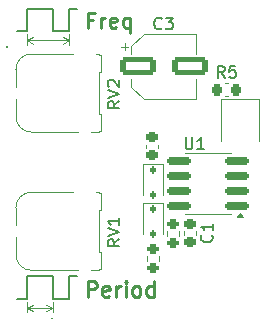
<source format=gto>
G04 #@! TF.GenerationSoftware,KiCad,Pcbnew,8.0.1*
G04 #@! TF.CreationDate,2024-07-10T15:35:48+08:00*
G04 #@! TF.ProjectId,555Sandbox,35353553-616e-4646-926f-782e6b696361,1.0.0*
G04 #@! TF.SameCoordinates,Original*
G04 #@! TF.FileFunction,Legend,Top*
G04 #@! TF.FilePolarity,Positive*
%FSLAX46Y46*%
G04 Gerber Fmt 4.6, Leading zero omitted, Abs format (unit mm)*
G04 Created by KiCad (PCBNEW 8.0.1) date 2024-07-10 15:35:48*
%MOMM*%
%LPD*%
G01*
G04 APERTURE LIST*
G04 Aperture macros list*
%AMRoundRect*
0 Rectangle with rounded corners*
0 $1 Rounding radius*
0 $2 $3 $4 $5 $6 $7 $8 $9 X,Y pos of 4 corners*
0 Add a 4 corners polygon primitive as box body*
4,1,4,$2,$3,$4,$5,$6,$7,$8,$9,$2,$3,0*
0 Add four circle primitives for the rounded corners*
1,1,$1+$1,$2,$3*
1,1,$1+$1,$4,$5*
1,1,$1+$1,$6,$7*
1,1,$1+$1,$8,$9*
0 Add four rect primitives between the rounded corners*
20,1,$1+$1,$2,$3,$4,$5,0*
20,1,$1+$1,$4,$5,$6,$7,0*
20,1,$1+$1,$6,$7,$8,$9,0*
20,1,$1+$1,$8,$9,$2,$3,0*%
G04 Aperture macros list end*
%ADD10C,0.200000*%
%ADD11C,0.260000*%
%ADD12C,0.003175*%
%ADD13C,0.100000*%
%ADD14C,0.006350*%
%ADD15C,0.150000*%
%ADD16C,0.120000*%
%ADD17RoundRect,0.150000X0.825000X0.150000X-0.825000X0.150000X-0.825000X-0.150000X0.825000X-0.150000X0*%
%ADD18R,2.200000X2.200000*%
%ADD19R,2.200000X1.250000*%
%ADD20RoundRect,0.250000X-1.250000X-0.550000X1.250000X-0.550000X1.250000X0.550000X-1.250000X0.550000X0*%
%ADD21RoundRect,0.200000X-0.275000X0.200000X-0.275000X-0.200000X0.275000X-0.200000X0.275000X0.200000X0*%
%ADD22RoundRect,0.225000X0.225000X0.250000X-0.225000X0.250000X-0.225000X-0.250000X0.225000X-0.250000X0*%
%ADD23RoundRect,0.200000X0.275000X-0.200000X0.275000X0.200000X-0.275000X0.200000X-0.275000X-0.200000X0*%
%ADD24RoundRect,0.225000X0.250000X-0.225000X0.250000X0.225000X-0.250000X0.225000X-0.250000X-0.225000X0*%
%ADD25RoundRect,0.225000X-0.250000X0.225000X-0.250000X-0.225000X0.250000X-0.225000X0.250000X0.225000X0*%
%ADD26RoundRect,0.112500X-0.112500X0.187500X-0.112500X-0.187500X0.112500X-0.187500X0.112500X0.187500X0*%
%ADD27R,1.560000X1.560000*%
%ADD28C,1.560000*%
%ADD29C,5.000000*%
%ADD30C,3.000000*%
G04 APERTURE END LIST*
D10*
X75650000Y-70650000D02*
X76450000Y-70650000D01*
X76450000Y-91400000D02*
X78650000Y-91400000D01*
X78650000Y-68750000D02*
X78650000Y-70650000D01*
X76450000Y-93300000D02*
X76450000Y-91400000D01*
X78650000Y-91400000D02*
X78650000Y-93300000D01*
X78650000Y-93300000D02*
X80050000Y-93300000D01*
X80050000Y-68750000D02*
X80750000Y-68750000D01*
X76450000Y-68750000D02*
X78650000Y-68750000D01*
X78650000Y-70650000D02*
X80050000Y-70650000D01*
X80050000Y-70650000D02*
X80050000Y-68750000D01*
X80050000Y-93300000D02*
X80050000Y-91400000D01*
X80050000Y-91400000D02*
X80750000Y-91400000D01*
X76450000Y-70650000D02*
X76450000Y-68750000D01*
X75650000Y-93300000D02*
X76450000Y-93300000D01*
D11*
X82063909Y-69706932D02*
X81630575Y-69706932D01*
X81630575Y-70387884D02*
X81630575Y-69087884D01*
X81630575Y-69087884D02*
X82249623Y-69087884D01*
X82744861Y-70387884D02*
X82744861Y-69521218D01*
X82744861Y-69768837D02*
X82806766Y-69645027D01*
X82806766Y-69645027D02*
X82868671Y-69583122D01*
X82868671Y-69583122D02*
X82992480Y-69521218D01*
X82992480Y-69521218D02*
X83116290Y-69521218D01*
X84044861Y-70325980D02*
X83921052Y-70387884D01*
X83921052Y-70387884D02*
X83673433Y-70387884D01*
X83673433Y-70387884D02*
X83549623Y-70325980D01*
X83549623Y-70325980D02*
X83487719Y-70202170D01*
X83487719Y-70202170D02*
X83487719Y-69706932D01*
X83487719Y-69706932D02*
X83549623Y-69583122D01*
X83549623Y-69583122D02*
X83673433Y-69521218D01*
X83673433Y-69521218D02*
X83921052Y-69521218D01*
X83921052Y-69521218D02*
X84044861Y-69583122D01*
X84044861Y-69583122D02*
X84106766Y-69706932D01*
X84106766Y-69706932D02*
X84106766Y-69830741D01*
X84106766Y-69830741D02*
X83487719Y-69954551D01*
X85221052Y-69521218D02*
X85221052Y-70821218D01*
X85221052Y-70325980D02*
X85097243Y-70387884D01*
X85097243Y-70387884D02*
X84849624Y-70387884D01*
X84849624Y-70387884D02*
X84725814Y-70325980D01*
X84725814Y-70325980D02*
X84663909Y-70264075D01*
X84663909Y-70264075D02*
X84602005Y-70140265D01*
X84602005Y-70140265D02*
X84602005Y-69768837D01*
X84602005Y-69768837D02*
X84663909Y-69645027D01*
X84663909Y-69645027D02*
X84725814Y-69583122D01*
X84725814Y-69583122D02*
X84849624Y-69521218D01*
X84849624Y-69521218D02*
X85097243Y-69521218D01*
X85097243Y-69521218D02*
X85221052Y-69583122D01*
X81630575Y-93127384D02*
X81630575Y-91827384D01*
X81630575Y-91827384D02*
X82125813Y-91827384D01*
X82125813Y-91827384D02*
X82249623Y-91889289D01*
X82249623Y-91889289D02*
X82311528Y-91951194D01*
X82311528Y-91951194D02*
X82373432Y-92075003D01*
X82373432Y-92075003D02*
X82373432Y-92260718D01*
X82373432Y-92260718D02*
X82311528Y-92384527D01*
X82311528Y-92384527D02*
X82249623Y-92446432D01*
X82249623Y-92446432D02*
X82125813Y-92508337D01*
X82125813Y-92508337D02*
X81630575Y-92508337D01*
X83425813Y-93065480D02*
X83302004Y-93127384D01*
X83302004Y-93127384D02*
X83054385Y-93127384D01*
X83054385Y-93127384D02*
X82930575Y-93065480D01*
X82930575Y-93065480D02*
X82868671Y-92941670D01*
X82868671Y-92941670D02*
X82868671Y-92446432D01*
X82868671Y-92446432D02*
X82930575Y-92322622D01*
X82930575Y-92322622D02*
X83054385Y-92260718D01*
X83054385Y-92260718D02*
X83302004Y-92260718D01*
X83302004Y-92260718D02*
X83425813Y-92322622D01*
X83425813Y-92322622D02*
X83487718Y-92446432D01*
X83487718Y-92446432D02*
X83487718Y-92570241D01*
X83487718Y-92570241D02*
X82868671Y-92694051D01*
X84044861Y-93127384D02*
X84044861Y-92260718D01*
X84044861Y-92508337D02*
X84106766Y-92384527D01*
X84106766Y-92384527D02*
X84168671Y-92322622D01*
X84168671Y-92322622D02*
X84292480Y-92260718D01*
X84292480Y-92260718D02*
X84416290Y-92260718D01*
X84849623Y-93127384D02*
X84849623Y-92260718D01*
X84849623Y-91827384D02*
X84787719Y-91889289D01*
X84787719Y-91889289D02*
X84849623Y-91951194D01*
X84849623Y-91951194D02*
X84911528Y-91889289D01*
X84911528Y-91889289D02*
X84849623Y-91827384D01*
X84849623Y-91827384D02*
X84849623Y-91951194D01*
X85654386Y-93127384D02*
X85530576Y-93065480D01*
X85530576Y-93065480D02*
X85468671Y-93003575D01*
X85468671Y-93003575D02*
X85406767Y-92879765D01*
X85406767Y-92879765D02*
X85406767Y-92508337D01*
X85406767Y-92508337D02*
X85468671Y-92384527D01*
X85468671Y-92384527D02*
X85530576Y-92322622D01*
X85530576Y-92322622D02*
X85654386Y-92260718D01*
X85654386Y-92260718D02*
X85840100Y-92260718D01*
X85840100Y-92260718D02*
X85963909Y-92322622D01*
X85963909Y-92322622D02*
X86025814Y-92384527D01*
X86025814Y-92384527D02*
X86087719Y-92508337D01*
X86087719Y-92508337D02*
X86087719Y-92879765D01*
X86087719Y-92879765D02*
X86025814Y-93003575D01*
X86025814Y-93003575D02*
X85963909Y-93065480D01*
X85963909Y-93065480D02*
X85840100Y-93127384D01*
X85840100Y-93127384D02*
X85654386Y-93127384D01*
X87202004Y-93127384D02*
X87202004Y-91827384D01*
X87202004Y-93065480D02*
X87078195Y-93127384D01*
X87078195Y-93127384D02*
X86830576Y-93127384D01*
X86830576Y-93127384D02*
X86706766Y-93065480D01*
X86706766Y-93065480D02*
X86644861Y-93003575D01*
X86644861Y-93003575D02*
X86582957Y-92879765D01*
X86582957Y-92879765D02*
X86582957Y-92508337D01*
X86582957Y-92508337D02*
X86644861Y-92384527D01*
X86644861Y-92384527D02*
X86706766Y-92322622D01*
X86706766Y-92322622D02*
X86830576Y-92260718D01*
X86830576Y-92260718D02*
X87078195Y-92260718D01*
X87078195Y-92260718D02*
X87202004Y-92322622D01*
D12*
X74731856Y-71961584D02*
X74731856Y-71944651D01*
X74731856Y-71947070D02*
X74733066Y-71945860D01*
X74733066Y-71945860D02*
X74735485Y-71944651D01*
X74735485Y-71944651D02*
X74739113Y-71944651D01*
X74739113Y-71944651D02*
X74741532Y-71945860D01*
X74741532Y-71945860D02*
X74742742Y-71948279D01*
X74742742Y-71948279D02*
X74742742Y-71961584D01*
X74742742Y-71948279D02*
X74743951Y-71945860D01*
X74743951Y-71945860D02*
X74746370Y-71944651D01*
X74746370Y-71944651D02*
X74749999Y-71944651D01*
X74749999Y-71944651D02*
X74752418Y-71945860D01*
X74752418Y-71945860D02*
X74753628Y-71948279D01*
X74753628Y-71948279D02*
X74753628Y-71961584D01*
X74765723Y-71961584D02*
X74765723Y-71944651D01*
X74765723Y-71947070D02*
X74766933Y-71945860D01*
X74766933Y-71945860D02*
X74769352Y-71944651D01*
X74769352Y-71944651D02*
X74772980Y-71944651D01*
X74772980Y-71944651D02*
X74775399Y-71945860D01*
X74775399Y-71945860D02*
X74776609Y-71948279D01*
X74776609Y-71948279D02*
X74776609Y-71961584D01*
X74776609Y-71948279D02*
X74777818Y-71945860D01*
X74777818Y-71945860D02*
X74780237Y-71944651D01*
X74780237Y-71944651D02*
X74783866Y-71944651D01*
X74783866Y-71944651D02*
X74786285Y-71945860D01*
X74786285Y-71945860D02*
X74787495Y-71948279D01*
X74787495Y-71948279D02*
X74787495Y-71961584D01*
D13*
X76450000Y-70900000D02*
X76450000Y-71800000D01*
X80050000Y-70900000D02*
X80050000Y-71800000D01*
X76450000Y-71450000D02*
X80050000Y-71450000D01*
X76450000Y-71450000D02*
X80050000Y-71450000D01*
X76450000Y-71450000D02*
X76982206Y-71172951D01*
X76450000Y-71450000D02*
X76982206Y-71727049D01*
X80050000Y-71450000D02*
X79517794Y-71727049D01*
X80050000Y-71450000D02*
X79517794Y-71172951D01*
D14*
X78548185Y-94961419D02*
X78548185Y-94944486D01*
X78548185Y-94936019D02*
X78546976Y-94937229D01*
X78546976Y-94937229D02*
X78548185Y-94938438D01*
X78548185Y-94938438D02*
X78549395Y-94937229D01*
X78549395Y-94937229D02*
X78548185Y-94936019D01*
X78548185Y-94936019D02*
X78548185Y-94938438D01*
X78560280Y-94944486D02*
X78560280Y-94961419D01*
X78560280Y-94946905D02*
X78561490Y-94945695D01*
X78561490Y-94945695D02*
X78563909Y-94944486D01*
X78563909Y-94944486D02*
X78567537Y-94944486D01*
X78567537Y-94944486D02*
X78569956Y-94945695D01*
X78569956Y-94945695D02*
X78571166Y-94948114D01*
X78571166Y-94948114D02*
X78571166Y-94961419D01*
D13*
X76450000Y-93550000D02*
X76450000Y-94450000D01*
X78650000Y-93550000D02*
X78650000Y-94450000D01*
X76450000Y-94100000D02*
X78650000Y-94100000D01*
X76450000Y-94100000D02*
X78650000Y-94100000D01*
X76450000Y-94100000D02*
X76982206Y-93822951D01*
X76450000Y-94100000D02*
X76982206Y-94377049D01*
X78650000Y-94100000D02*
X78117794Y-94377049D01*
X78650000Y-94100000D02*
X78117794Y-93822951D01*
D15*
X89913095Y-79654819D02*
X89913095Y-80464342D01*
X89913095Y-80464342D02*
X89960714Y-80559580D01*
X89960714Y-80559580D02*
X90008333Y-80607200D01*
X90008333Y-80607200D02*
X90103571Y-80654819D01*
X90103571Y-80654819D02*
X90294047Y-80654819D01*
X90294047Y-80654819D02*
X90389285Y-80607200D01*
X90389285Y-80607200D02*
X90436904Y-80559580D01*
X90436904Y-80559580D02*
X90484523Y-80464342D01*
X90484523Y-80464342D02*
X90484523Y-79654819D01*
X91484523Y-80654819D02*
X90913095Y-80654819D01*
X91198809Y-80654819D02*
X91198809Y-79654819D01*
X91198809Y-79654819D02*
X91103571Y-79797676D01*
X91103571Y-79797676D02*
X91008333Y-79892914D01*
X91008333Y-79892914D02*
X90913095Y-79940533D01*
X87883333Y-70409580D02*
X87835714Y-70457200D01*
X87835714Y-70457200D02*
X87692857Y-70504819D01*
X87692857Y-70504819D02*
X87597619Y-70504819D01*
X87597619Y-70504819D02*
X87454762Y-70457200D01*
X87454762Y-70457200D02*
X87359524Y-70361961D01*
X87359524Y-70361961D02*
X87311905Y-70266723D01*
X87311905Y-70266723D02*
X87264286Y-70076247D01*
X87264286Y-70076247D02*
X87264286Y-69933390D01*
X87264286Y-69933390D02*
X87311905Y-69742914D01*
X87311905Y-69742914D02*
X87359524Y-69647676D01*
X87359524Y-69647676D02*
X87454762Y-69552438D01*
X87454762Y-69552438D02*
X87597619Y-69504819D01*
X87597619Y-69504819D02*
X87692857Y-69504819D01*
X87692857Y-69504819D02*
X87835714Y-69552438D01*
X87835714Y-69552438D02*
X87883333Y-69600057D01*
X88216667Y-69504819D02*
X88835714Y-69504819D01*
X88835714Y-69504819D02*
X88502381Y-69885771D01*
X88502381Y-69885771D02*
X88645238Y-69885771D01*
X88645238Y-69885771D02*
X88740476Y-69933390D01*
X88740476Y-69933390D02*
X88788095Y-69981009D01*
X88788095Y-69981009D02*
X88835714Y-70076247D01*
X88835714Y-70076247D02*
X88835714Y-70314342D01*
X88835714Y-70314342D02*
X88788095Y-70409580D01*
X88788095Y-70409580D02*
X88740476Y-70457200D01*
X88740476Y-70457200D02*
X88645238Y-70504819D01*
X88645238Y-70504819D02*
X88359524Y-70504819D01*
X88359524Y-70504819D02*
X88264286Y-70457200D01*
X88264286Y-70457200D02*
X88216667Y-70409580D01*
X93208333Y-74604819D02*
X92875000Y-74128628D01*
X92636905Y-74604819D02*
X92636905Y-73604819D01*
X92636905Y-73604819D02*
X93017857Y-73604819D01*
X93017857Y-73604819D02*
X93113095Y-73652438D01*
X93113095Y-73652438D02*
X93160714Y-73700057D01*
X93160714Y-73700057D02*
X93208333Y-73795295D01*
X93208333Y-73795295D02*
X93208333Y-73938152D01*
X93208333Y-73938152D02*
X93160714Y-74033390D01*
X93160714Y-74033390D02*
X93113095Y-74081009D01*
X93113095Y-74081009D02*
X93017857Y-74128628D01*
X93017857Y-74128628D02*
X92636905Y-74128628D01*
X94113095Y-73604819D02*
X93636905Y-73604819D01*
X93636905Y-73604819D02*
X93589286Y-74081009D01*
X93589286Y-74081009D02*
X93636905Y-74033390D01*
X93636905Y-74033390D02*
X93732143Y-73985771D01*
X93732143Y-73985771D02*
X93970238Y-73985771D01*
X93970238Y-73985771D02*
X94065476Y-74033390D01*
X94065476Y-74033390D02*
X94113095Y-74081009D01*
X94113095Y-74081009D02*
X94160714Y-74176247D01*
X94160714Y-74176247D02*
X94160714Y-74414342D01*
X94160714Y-74414342D02*
X94113095Y-74509580D01*
X94113095Y-74509580D02*
X94065476Y-74557200D01*
X94065476Y-74557200D02*
X93970238Y-74604819D01*
X93970238Y-74604819D02*
X93732143Y-74604819D01*
X93732143Y-74604819D02*
X93636905Y-74557200D01*
X93636905Y-74557200D02*
X93589286Y-74509580D01*
X92109580Y-87916666D02*
X92157200Y-87964285D01*
X92157200Y-87964285D02*
X92204819Y-88107142D01*
X92204819Y-88107142D02*
X92204819Y-88202380D01*
X92204819Y-88202380D02*
X92157200Y-88345237D01*
X92157200Y-88345237D02*
X92061961Y-88440475D01*
X92061961Y-88440475D02*
X91966723Y-88488094D01*
X91966723Y-88488094D02*
X91776247Y-88535713D01*
X91776247Y-88535713D02*
X91633390Y-88535713D01*
X91633390Y-88535713D02*
X91442914Y-88488094D01*
X91442914Y-88488094D02*
X91347676Y-88440475D01*
X91347676Y-88440475D02*
X91252438Y-88345237D01*
X91252438Y-88345237D02*
X91204819Y-88202380D01*
X91204819Y-88202380D02*
X91204819Y-88107142D01*
X91204819Y-88107142D02*
X91252438Y-87964285D01*
X91252438Y-87964285D02*
X91300057Y-87916666D01*
X92204819Y-86964285D02*
X92204819Y-87535713D01*
X92204819Y-87249999D02*
X91204819Y-87249999D01*
X91204819Y-87249999D02*
X91347676Y-87345237D01*
X91347676Y-87345237D02*
X91442914Y-87440475D01*
X91442914Y-87440475D02*
X91490533Y-87535713D01*
X84304819Y-76595238D02*
X83828628Y-76928571D01*
X84304819Y-77166666D02*
X83304819Y-77166666D01*
X83304819Y-77166666D02*
X83304819Y-76785714D01*
X83304819Y-76785714D02*
X83352438Y-76690476D01*
X83352438Y-76690476D02*
X83400057Y-76642857D01*
X83400057Y-76642857D02*
X83495295Y-76595238D01*
X83495295Y-76595238D02*
X83638152Y-76595238D01*
X83638152Y-76595238D02*
X83733390Y-76642857D01*
X83733390Y-76642857D02*
X83781009Y-76690476D01*
X83781009Y-76690476D02*
X83828628Y-76785714D01*
X83828628Y-76785714D02*
X83828628Y-77166666D01*
X83304819Y-76309523D02*
X84304819Y-75976190D01*
X84304819Y-75976190D02*
X83304819Y-75642857D01*
X83400057Y-75357142D02*
X83352438Y-75309523D01*
X83352438Y-75309523D02*
X83304819Y-75214285D01*
X83304819Y-75214285D02*
X83304819Y-74976190D01*
X83304819Y-74976190D02*
X83352438Y-74880952D01*
X83352438Y-74880952D02*
X83400057Y-74833333D01*
X83400057Y-74833333D02*
X83495295Y-74785714D01*
X83495295Y-74785714D02*
X83590533Y-74785714D01*
X83590533Y-74785714D02*
X83733390Y-74833333D01*
X83733390Y-74833333D02*
X84304819Y-75404761D01*
X84304819Y-75404761D02*
X84304819Y-74785714D01*
X84304819Y-88295238D02*
X83828628Y-88628571D01*
X84304819Y-88866666D02*
X83304819Y-88866666D01*
X83304819Y-88866666D02*
X83304819Y-88485714D01*
X83304819Y-88485714D02*
X83352438Y-88390476D01*
X83352438Y-88390476D02*
X83400057Y-88342857D01*
X83400057Y-88342857D02*
X83495295Y-88295238D01*
X83495295Y-88295238D02*
X83638152Y-88295238D01*
X83638152Y-88295238D02*
X83733390Y-88342857D01*
X83733390Y-88342857D02*
X83781009Y-88390476D01*
X83781009Y-88390476D02*
X83828628Y-88485714D01*
X83828628Y-88485714D02*
X83828628Y-88866666D01*
X83304819Y-88009523D02*
X84304819Y-87676190D01*
X84304819Y-87676190D02*
X83304819Y-87342857D01*
X84304819Y-86485714D02*
X84304819Y-87057142D01*
X84304819Y-86771428D02*
X83304819Y-86771428D01*
X83304819Y-86771428D02*
X83447676Y-86866666D01*
X83447676Y-86866666D02*
X83542914Y-86961904D01*
X83542914Y-86961904D02*
X83590533Y-87057142D01*
D16*
X91825000Y-81005000D02*
X89875000Y-81005000D01*
X91825000Y-81005000D02*
X93775000Y-81005000D01*
X91825000Y-86125000D02*
X89875000Y-86125000D01*
X91825000Y-86125000D02*
X93775000Y-86125000D01*
X94765000Y-86360000D02*
X94285000Y-86360000D01*
X94525000Y-86030000D01*
X94765000Y-86360000D01*
G36*
X94765000Y-86360000D02*
G01*
X94285000Y-86360000D01*
X94525000Y-86030000D01*
X94765000Y-86360000D01*
G37*
X92900000Y-80000000D02*
X92900000Y-76400000D01*
X96100000Y-76400000D02*
X92900000Y-76400000D01*
X96100000Y-80000000D02*
X96100000Y-76400000D01*
X84425000Y-71965000D02*
X85050000Y-71965000D01*
X84737500Y-71652500D02*
X84737500Y-72277500D01*
X85290000Y-71954437D02*
X85290000Y-72590000D01*
X85290000Y-71954437D02*
X86354437Y-70890000D01*
X85290000Y-75345563D02*
X85290000Y-74710000D01*
X85290000Y-75345563D02*
X86354437Y-76410000D01*
X86354437Y-70890000D02*
X90810000Y-70890000D01*
X86354437Y-76410000D02*
X90810000Y-76410000D01*
X90810000Y-70890000D02*
X90810000Y-72590000D01*
X90810000Y-76410000D02*
X90810000Y-74710000D01*
X86602500Y-89662742D02*
X86602500Y-90137258D01*
X87647500Y-89662742D02*
X87647500Y-90137258D01*
X93515580Y-75090000D02*
X93234420Y-75090000D01*
X93515580Y-76110000D02*
X93234420Y-76110000D01*
X88302500Y-88012258D02*
X88302500Y-87537742D01*
X89347500Y-88012258D02*
X89347500Y-87537742D01*
X86590000Y-80540580D02*
X86590000Y-80259420D01*
X87610000Y-80540580D02*
X87610000Y-80259420D01*
X89790000Y-87609420D02*
X89790000Y-87890580D01*
X90810000Y-87609420D02*
X90810000Y-87890580D01*
X86275000Y-81890000D02*
X86275000Y-84550000D01*
X87975000Y-81890000D02*
X86275000Y-81890000D01*
X87975000Y-81890000D02*
X87975000Y-84550000D01*
X86275000Y-85190000D02*
X86275000Y-87850000D01*
X87975000Y-85190000D02*
X86275000Y-85190000D01*
X87975000Y-85190000D02*
X87975000Y-87850000D01*
X75540000Y-75390000D02*
X75540000Y-73900000D01*
X75540000Y-77900000D02*
X75540000Y-76410000D01*
X76850000Y-72590000D02*
X80390000Y-72590000D01*
X80830000Y-79210000D02*
X76850000Y-79210000D01*
X82560000Y-72590000D02*
X82310000Y-72590000D01*
X82560000Y-72690000D02*
X82560000Y-72590000D01*
X82560000Y-74110000D02*
X82560000Y-77690000D01*
X82560000Y-74110000D02*
X82760000Y-74110000D01*
X82560000Y-77690000D02*
X82760000Y-77690000D01*
X82560000Y-79110000D02*
X82560000Y-79210000D01*
X82560000Y-79210000D02*
X81870000Y-79210000D01*
X82760000Y-72690000D02*
X82560000Y-72690000D01*
X82760000Y-72690000D02*
X82760000Y-74110000D01*
X82760000Y-77690000D02*
X82760000Y-79110000D01*
X82760000Y-79110000D02*
X82560000Y-79110000D01*
X75540000Y-73900000D02*
G75*
G02*
X76850000Y-72590000I1310000J0D01*
G01*
X76850000Y-79210000D02*
G75*
G02*
X75540000Y-77900000I0J1310000D01*
G01*
X75540000Y-87090000D02*
X75540000Y-85600000D01*
X75540000Y-89600000D02*
X75540000Y-88110000D01*
X76850000Y-84290000D02*
X80390000Y-84290000D01*
X80830000Y-90910000D02*
X76850000Y-90910000D01*
X82560000Y-84290000D02*
X82310000Y-84290000D01*
X82560000Y-84390000D02*
X82560000Y-84290000D01*
X82560000Y-85810000D02*
X82560000Y-89390000D01*
X82560000Y-85810000D02*
X82760000Y-85810000D01*
X82560000Y-89390000D02*
X82760000Y-89390000D01*
X82560000Y-90810000D02*
X82560000Y-90910000D01*
X82560000Y-90910000D02*
X81870000Y-90910000D01*
X82760000Y-84390000D02*
X82560000Y-84390000D01*
X82760000Y-84390000D02*
X82760000Y-85810000D01*
X82760000Y-89390000D02*
X82760000Y-90810000D01*
X82760000Y-90810000D02*
X82560000Y-90810000D01*
X75540000Y-85600000D02*
G75*
G02*
X76850000Y-84290000I1310000J0D01*
G01*
X76850000Y-90910000D02*
G75*
G02*
X75540000Y-89600000I0J1310000D01*
G01*
%LPC*%
D17*
X94300000Y-85470000D03*
X94300000Y-84200000D03*
X94300000Y-82930000D03*
X94300000Y-81660000D03*
X89350000Y-81660000D03*
X89350000Y-82930000D03*
X89350000Y-84200000D03*
X89350000Y-85470000D03*
D18*
X94500000Y-77700000D03*
D19*
X94500000Y-79975000D03*
D20*
X85850000Y-73650000D03*
X90250000Y-73650000D03*
D21*
X87125000Y-89075000D03*
X87125000Y-90725000D03*
D22*
X94150000Y-75600000D03*
X92600000Y-75600000D03*
D23*
X88825000Y-88600000D03*
X88825000Y-86950000D03*
D24*
X87100000Y-81175000D03*
X87100000Y-79625000D03*
D25*
X90300000Y-86975000D03*
X90300000Y-88525000D03*
D26*
X87125000Y-82450000D03*
X87125000Y-84550000D03*
X87125000Y-85750000D03*
X87125000Y-87850000D03*
D27*
X81350000Y-73400000D03*
D28*
X76350000Y-75900000D03*
X81350000Y-78400000D03*
D29*
X93600000Y-69950000D03*
D27*
X81350000Y-85100000D03*
D28*
X76350000Y-87600000D03*
X81350000Y-90100000D03*
D30*
X90350000Y-78000000D03*
X90350000Y-91200000D03*
%LPD*%
M02*

</source>
